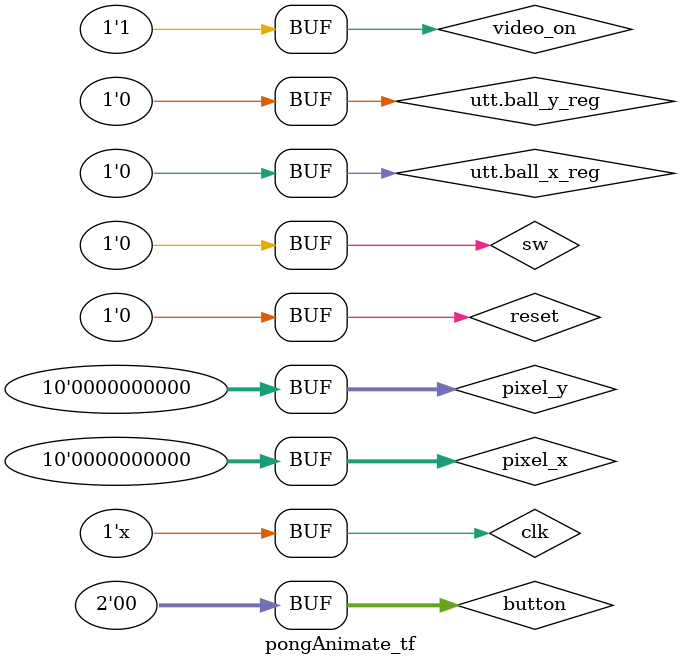
<source format=v>
`timescale 1ns / 1ps
module pongAnimate_tf;
    reg clk, reset, sw, video_on;
    reg [1:0] button;
    reg [9:0] pixel_x, pixel_y;
    wire [11:0] rgb;

    pongAnimate utt( .clk(clk),
                     .reset(reset),
                     .sw(sw),
                     .video_on(video_on),
                     .button(button),
                     .pixel_x(pixel_x),
                     .pixel_y(pixel_y),
                     .rgb(rgb)
                     );
   
    always #5 clk = ~clk;
    initial begin
        clk = 0;
        video_on = 0;
        button = 0;
        pixel_x = 0;
        pixel_y = 0;
        sw = 0;//Testing for Pong Chu's 60Hz
        video_on = 1;
        reset = 1;
        #10 reset = 0;//Testing for Pulse generator 60Hz
        
        //When ball hits the bottom wall
        //Ball comes from origin
        //Ball is coming at a down-right  direction
        utt.ball_x_reg = 400; //Left ball is 400, right ball is 415
        utt.ball_y_reg = 455; //top ball is 450, bot ball is 465
        #200000000;//run for 200 ms
    
        //When ball hits paddle
        //Paddle is currently stationed at the top
        //ball is coming at a up-right direction
        utt.ball_x_reg = 580;
        utt.ball_y_reg = 50;
        #200000000;//run for 100ms
        
        //When ball hits top wall
        //ball is coming at a up-left direcion
        utt.ball_x_reg = 200; //left side of ball
        utt.ball_y_reg = 8;
        #100000000;//run for 100ms
        
        //When ball hits left wall
        //ball is coming at a down-left direction
        utt.ball_x_reg = 38;
        utt.ball_y_reg = 200;
        #100000000;//run for 100ms
        
        //Test When ball hits bottom wall again
        //ball is coming at a down-right location
        utt.ball_x_reg = 200;
        utt.ball_y_reg = 457;
        #100000000;//run for 100ms
        
        //Test When the game will restart
        //My x register will count to 1024 since
        //they are 10 bits in order to reset
        //This will give the player some breathing me
        utt.ball_x_reg = 1022;
        utt.ball_y_reg = 200;
    end
endmodule

</source>
